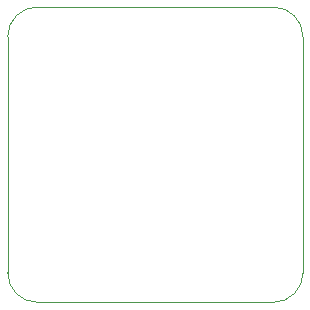
<source format=gbr>
%TF.GenerationSoftware,KiCad,Pcbnew,(5.1.9)-1*%
%TF.CreationDate,2021-10-08T16:07:11+01:00*%
%TF.ProjectId,5-servos-jst,352d7365-7276-46f7-932d-6a73742e6b69,rev?*%
%TF.SameCoordinates,Original*%
%TF.FileFunction,Profile,NP*%
%FSLAX46Y46*%
G04 Gerber Fmt 4.6, Leading zero omitted, Abs format (unit mm)*
G04 Created by KiCad (PCBNEW (5.1.9)-1) date 2021-10-08 16:07:11*
%MOMM*%
%LPD*%
G01*
G04 APERTURE LIST*
%TA.AperFunction,Profile*%
%ADD10C,0.050000*%
%TD*%
G04 APERTURE END LIST*
D10*
X160000000Y-139500000D02*
X180000000Y-139500000D01*
X160000000Y-164500000D02*
X180000000Y-164500000D01*
X182500000Y-142000000D02*
X182500000Y-162000000D01*
X157500000Y-162000000D02*
X157500000Y-142000000D01*
X182500000Y-162000000D02*
G75*
G02*
X180000000Y-164500000I-2500000J0D01*
G01*
X180000000Y-139500000D02*
G75*
G02*
X182500000Y-142000000I0J-2500000D01*
G01*
X157500000Y-142000000D02*
G75*
G02*
X160000000Y-139500000I2500000J0D01*
G01*
X160000000Y-164500000D02*
G75*
G02*
X157500000Y-162000000I0J2500000D01*
G01*
M02*

</source>
